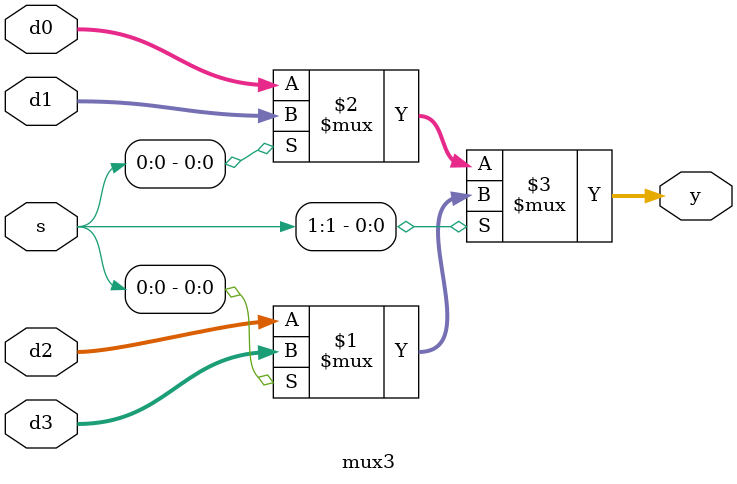
<source format=sv>
module mux3 #(parameter WIDTH = 8)
	(input logic [WIDTH-1:0] d0, d1, d2, d3,
	input logic [1:0] s,
	output logic [WIDTH-1:0] y);
	
	assign y = s[1] ? (s[0] ? d3 : d2) : (s[0] ? d1 : d0);
	
endmodule

</source>
